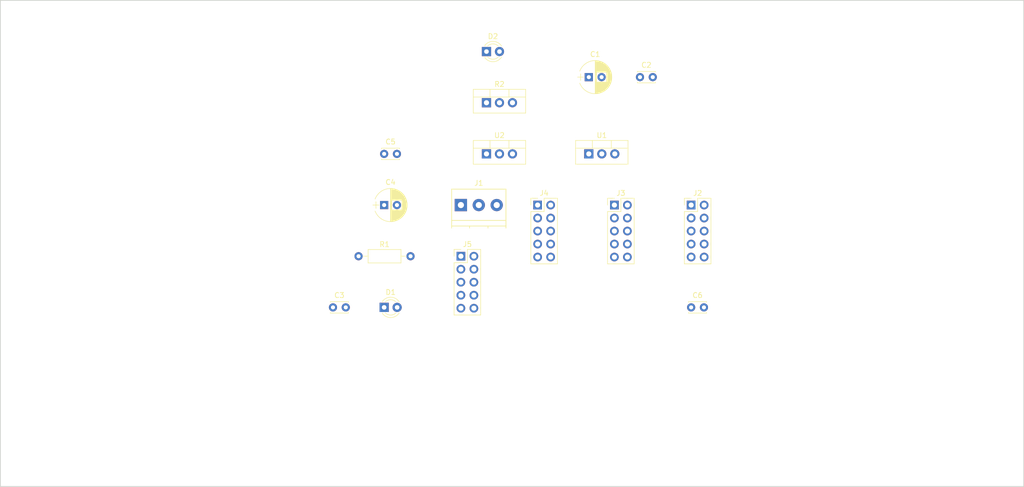
<source format=kicad_pcb>
(kicad_pcb (version 4) (host pcbnew 4.0.7-e2-6376~58~ubuntu16.04.1)

  (general
    (links 62)
    (no_connects 62)
    (area 50 60 255 160)
    (thickness 1.6)
    (drawings 4)
    (tracks 0)
    (zones 0)
    (modules 17)
    (nets 8)
  )

  (page A4)
  (layers
    (0 F.Cu signal)
    (31 B.Cu signal)
    (32 B.Adhes user)
    (33 F.Adhes user)
    (34 B.Paste user)
    (35 F.Paste user)
    (36 B.SilkS user)
    (37 F.SilkS user)
    (38 B.Mask user)
    (39 F.Mask user)
    (40 Dwgs.User user)
    (41 Cmts.User user)
    (42 Eco1.User user)
    (43 Eco2.User user)
    (44 Edge.Cuts user)
    (45 Margin user)
    (46 B.CrtYd user)
    (47 F.CrtYd user)
    (48 B.Fab user)
    (49 F.Fab user)
  )

  (setup
    (last_trace_width 0.25)
    (trace_clearance 0.2)
    (zone_clearance 0.508)
    (zone_45_only no)
    (trace_min 0.2)
    (segment_width 0.2)
    (edge_width 0.15)
    (via_size 0.6)
    (via_drill 0.4)
    (via_min_size 0.4)
    (via_min_drill 0.3)
    (uvia_size 0.3)
    (uvia_drill 0.1)
    (uvias_allowed no)
    (uvia_min_size 0.2)
    (uvia_min_drill 0.1)
    (pcb_text_width 0.3)
    (pcb_text_size 1.5 1.5)
    (mod_edge_width 0.15)
    (mod_text_size 1 1)
    (mod_text_width 0.15)
    (pad_size 1.524 1.524)
    (pad_drill 0.762)
    (pad_to_mask_clearance 0.2)
    (aux_axis_origin 0 0)
    (visible_elements FFFFFF7F)
    (pcbplotparams
      (layerselection 0x00030_80000001)
      (usegerberextensions false)
      (excludeedgelayer true)
      (linewidth 0.100000)
      (plotframeref false)
      (viasonmask false)
      (mode 1)
      (useauxorigin false)
      (hpglpennumber 1)
      (hpglpenspeed 20)
      (hpglpendiameter 15)
      (hpglpenoverlay 2)
      (psnegative false)
      (psa4output false)
      (plotreference true)
      (plotvalue true)
      (plotinvisibletext false)
      (padsonsilk false)
      (subtractmaskfromsilk false)
      (outputformat 1)
      (mirror false)
      (drillshape 1)
      (scaleselection 1)
      (outputdirectory ""))
  )

  (net 0 "")
  (net 1 "Net-(C1-Pad1)")
  (net 2 "Net-(C1-Pad2)")
  (net 3 "Net-(C3-Pad1)")
  (net 4 "Net-(C4-Pad2)")
  (net 5 "Net-(C6-Pad2)")
  (net 6 "Net-(D1-Pad2)")
  (net 7 "Net-(D2-Pad1)")

  (net_class Default "This is the default net class."
    (clearance 0.2)
    (trace_width 0.25)
    (via_dia 0.6)
    (via_drill 0.4)
    (uvia_dia 0.3)
    (uvia_drill 0.1)
    (add_net "Net-(C1-Pad1)")
    (add_net "Net-(C1-Pad2)")
    (add_net "Net-(C3-Pad1)")
    (add_net "Net-(C4-Pad2)")
    (add_net "Net-(C6-Pad2)")
    (add_net "Net-(D1-Pad2)")
    (add_net "Net-(D2-Pad1)")
  )

  (module Capacitors_THT:CP_Radial_D6.3mm_P2.50mm placed (layer F.Cu) (tedit 597BC7C2) (tstamp 5B5649E7)
    (at 170 80)
    (descr "CP, Radial series, Radial, pin pitch=2.50mm, , diameter=6.3mm, Electrolytic Capacitor")
    (tags "CP Radial series Radial pin pitch 2.50mm  diameter 6.3mm Electrolytic Capacitor")
    (path /5B55F888)
    (fp_text reference C1 (at 1.25 -4.46) (layer F.SilkS)
      (effects (font (size 1 1) (thickness 0.15)))
    )
    (fp_text value 10u (at 1.25 4.46) (layer F.Fab)
      (effects (font (size 1 1) (thickness 0.15)))
    )
    (fp_arc (start 1.25 0) (end -1.767482 -1.18) (angle 137.3) (layer F.SilkS) (width 0.12))
    (fp_arc (start 1.25 0) (end -1.767482 1.18) (angle -137.3) (layer F.SilkS) (width 0.12))
    (fp_arc (start 1.25 0) (end 4.267482 -1.18) (angle 42.7) (layer F.SilkS) (width 0.12))
    (fp_circle (center 1.25 0) (end 4.4 0) (layer F.Fab) (width 0.1))
    (fp_line (start -2.2 0) (end -1 0) (layer F.Fab) (width 0.1))
    (fp_line (start -1.6 -0.65) (end -1.6 0.65) (layer F.Fab) (width 0.1))
    (fp_line (start 1.25 -3.2) (end 1.25 3.2) (layer F.SilkS) (width 0.12))
    (fp_line (start 1.29 -3.2) (end 1.29 3.2) (layer F.SilkS) (width 0.12))
    (fp_line (start 1.33 -3.2) (end 1.33 3.2) (layer F.SilkS) (width 0.12))
    (fp_line (start 1.37 -3.198) (end 1.37 3.198) (layer F.SilkS) (width 0.12))
    (fp_line (start 1.41 -3.197) (end 1.41 3.197) (layer F.SilkS) (width 0.12))
    (fp_line (start 1.45 -3.194) (end 1.45 3.194) (layer F.SilkS) (width 0.12))
    (fp_line (start 1.49 -3.192) (end 1.49 3.192) (layer F.SilkS) (width 0.12))
    (fp_line (start 1.53 -3.188) (end 1.53 -0.98) (layer F.SilkS) (width 0.12))
    (fp_line (start 1.53 0.98) (end 1.53 3.188) (layer F.SilkS) (width 0.12))
    (fp_line (start 1.57 -3.185) (end 1.57 -0.98) (layer F.SilkS) (width 0.12))
    (fp_line (start 1.57 0.98) (end 1.57 3.185) (layer F.SilkS) (width 0.12))
    (fp_line (start 1.61 -3.18) (end 1.61 -0.98) (layer F.SilkS) (width 0.12))
    (fp_line (start 1.61 0.98) (end 1.61 3.18) (layer F.SilkS) (width 0.12))
    (fp_line (start 1.65 -3.176) (end 1.65 -0.98) (layer F.SilkS) (width 0.12))
    (fp_line (start 1.65 0.98) (end 1.65 3.176) (layer F.SilkS) (width 0.12))
    (fp_line (start 1.69 -3.17) (end 1.69 -0.98) (layer F.SilkS) (width 0.12))
    (fp_line (start 1.69 0.98) (end 1.69 3.17) (layer F.SilkS) (width 0.12))
    (fp_line (start 1.73 -3.165) (end 1.73 -0.98) (layer F.SilkS) (width 0.12))
    (fp_line (start 1.73 0.98) (end 1.73 3.165) (layer F.SilkS) (width 0.12))
    (fp_line (start 1.77 -3.158) (end 1.77 -0.98) (layer F.SilkS) (width 0.12))
    (fp_line (start 1.77 0.98) (end 1.77 3.158) (layer F.SilkS) (width 0.12))
    (fp_line (start 1.81 -3.152) (end 1.81 -0.98) (layer F.SilkS) (width 0.12))
    (fp_line (start 1.81 0.98) (end 1.81 3.152) (layer F.SilkS) (width 0.12))
    (fp_line (start 1.85 -3.144) (end 1.85 -0.98) (layer F.SilkS) (width 0.12))
    (fp_line (start 1.85 0.98) (end 1.85 3.144) (layer F.SilkS) (width 0.12))
    (fp_line (start 1.89 -3.137) (end 1.89 -0.98) (layer F.SilkS) (width 0.12))
    (fp_line (start 1.89 0.98) (end 1.89 3.137) (layer F.SilkS) (width 0.12))
    (fp_line (start 1.93 -3.128) (end 1.93 -0.98) (layer F.SilkS) (width 0.12))
    (fp_line (start 1.93 0.98) (end 1.93 3.128) (layer F.SilkS) (width 0.12))
    (fp_line (start 1.971 -3.119) (end 1.971 -0.98) (layer F.SilkS) (width 0.12))
    (fp_line (start 1.971 0.98) (end 1.971 3.119) (layer F.SilkS) (width 0.12))
    (fp_line (start 2.011 -3.11) (end 2.011 -0.98) (layer F.SilkS) (width 0.12))
    (fp_line (start 2.011 0.98) (end 2.011 3.11) (layer F.SilkS) (width 0.12))
    (fp_line (start 2.051 -3.1) (end 2.051 -0.98) (layer F.SilkS) (width 0.12))
    (fp_line (start 2.051 0.98) (end 2.051 3.1) (layer F.SilkS) (width 0.12))
    (fp_line (start 2.091 -3.09) (end 2.091 -0.98) (layer F.SilkS) (width 0.12))
    (fp_line (start 2.091 0.98) (end 2.091 3.09) (layer F.SilkS) (width 0.12))
    (fp_line (start 2.131 -3.079) (end 2.131 -0.98) (layer F.SilkS) (width 0.12))
    (fp_line (start 2.131 0.98) (end 2.131 3.079) (layer F.SilkS) (width 0.12))
    (fp_line (start 2.171 -3.067) (end 2.171 -0.98) (layer F.SilkS) (width 0.12))
    (fp_line (start 2.171 0.98) (end 2.171 3.067) (layer F.SilkS) (width 0.12))
    (fp_line (start 2.211 -3.055) (end 2.211 -0.98) (layer F.SilkS) (width 0.12))
    (fp_line (start 2.211 0.98) (end 2.211 3.055) (layer F.SilkS) (width 0.12))
    (fp_line (start 2.251 -3.042) (end 2.251 -0.98) (layer F.SilkS) (width 0.12))
    (fp_line (start 2.251 0.98) (end 2.251 3.042) (layer F.SilkS) (width 0.12))
    (fp_line (start 2.291 -3.029) (end 2.291 -0.98) (layer F.SilkS) (width 0.12))
    (fp_line (start 2.291 0.98) (end 2.291 3.029) (layer F.SilkS) (width 0.12))
    (fp_line (start 2.331 -3.015) (end 2.331 -0.98) (layer F.SilkS) (width 0.12))
    (fp_line (start 2.331 0.98) (end 2.331 3.015) (layer F.SilkS) (width 0.12))
    (fp_line (start 2.371 -3.001) (end 2.371 -0.98) (layer F.SilkS) (width 0.12))
    (fp_line (start 2.371 0.98) (end 2.371 3.001) (layer F.SilkS) (width 0.12))
    (fp_line (start 2.411 -2.986) (end 2.411 -0.98) (layer F.SilkS) (width 0.12))
    (fp_line (start 2.411 0.98) (end 2.411 2.986) (layer F.SilkS) (width 0.12))
    (fp_line (start 2.451 -2.97) (end 2.451 -0.98) (layer F.SilkS) (width 0.12))
    (fp_line (start 2.451 0.98) (end 2.451 2.97) (layer F.SilkS) (width 0.12))
    (fp_line (start 2.491 -2.954) (end 2.491 -0.98) (layer F.SilkS) (width 0.12))
    (fp_line (start 2.491 0.98) (end 2.491 2.954) (layer F.SilkS) (width 0.12))
    (fp_line (start 2.531 -2.937) (end 2.531 -0.98) (layer F.SilkS) (width 0.12))
    (fp_line (start 2.531 0.98) (end 2.531 2.937) (layer F.SilkS) (width 0.12))
    (fp_line (start 2.571 -2.919) (end 2.571 -0.98) (layer F.SilkS) (width 0.12))
    (fp_line (start 2.571 0.98) (end 2.571 2.919) (layer F.SilkS) (width 0.12))
    (fp_line (start 2.611 -2.901) (end 2.611 -0.98) (layer F.SilkS) (width 0.12))
    (fp_line (start 2.611 0.98) (end 2.611 2.901) (layer F.SilkS) (width 0.12))
    (fp_line (start 2.651 -2.882) (end 2.651 -0.98) (layer F.SilkS) (width 0.12))
    (fp_line (start 2.651 0.98) (end 2.651 2.882) (layer F.SilkS) (width 0.12))
    (fp_line (start 2.691 -2.863) (end 2.691 -0.98) (layer F.SilkS) (width 0.12))
    (fp_line (start 2.691 0.98) (end 2.691 2.863) (layer F.SilkS) (width 0.12))
    (fp_line (start 2.731 -2.843) (end 2.731 -0.98) (layer F.SilkS) (width 0.12))
    (fp_line (start 2.731 0.98) (end 2.731 2.843) (layer F.SilkS) (width 0.12))
    (fp_line (start 2.771 -2.822) (end 2.771 -0.98) (layer F.SilkS) (width 0.12))
    (fp_line (start 2.771 0.98) (end 2.771 2.822) (layer F.SilkS) (width 0.12))
    (fp_line (start 2.811 -2.8) (end 2.811 -0.98) (layer F.SilkS) (width 0.12))
    (fp_line (start 2.811 0.98) (end 2.811 2.8) (layer F.SilkS) (width 0.12))
    (fp_line (start 2.851 -2.778) (end 2.851 -0.98) (layer F.SilkS) (width 0.12))
    (fp_line (start 2.851 0.98) (end 2.851 2.778) (layer F.SilkS) (width 0.12))
    (fp_line (start 2.891 -2.755) (end 2.891 -0.98) (layer F.SilkS) (width 0.12))
    (fp_line (start 2.891 0.98) (end 2.891 2.755) (layer F.SilkS) (width 0.12))
    (fp_line (start 2.931 -2.731) (end 2.931 -0.98) (layer F.SilkS) (width 0.12))
    (fp_line (start 2.931 0.98) (end 2.931 2.731) (layer F.SilkS) (width 0.12))
    (fp_line (start 2.971 -2.706) (end 2.971 -0.98) (layer F.SilkS) (width 0.12))
    (fp_line (start 2.971 0.98) (end 2.971 2.706) (layer F.SilkS) (width 0.12))
    (fp_line (start 3.011 -2.681) (end 3.011 -0.98) (layer F.SilkS) (width 0.12))
    (fp_line (start 3.011 0.98) (end 3.011 2.681) (layer F.SilkS) (width 0.12))
    (fp_line (start 3.051 -2.654) (end 3.051 -0.98) (layer F.SilkS) (width 0.12))
    (fp_line (start 3.051 0.98) (end 3.051 2.654) (layer F.SilkS) (width 0.12))
    (fp_line (start 3.091 -2.627) (end 3.091 -0.98) (layer F.SilkS) (width 0.12))
    (fp_line (start 3.091 0.98) (end 3.091 2.627) (layer F.SilkS) (width 0.12))
    (fp_line (start 3.131 -2.599) (end 3.131 -0.98) (layer F.SilkS) (width 0.12))
    (fp_line (start 3.131 0.98) (end 3.131 2.599) (layer F.SilkS) (width 0.12))
    (fp_line (start 3.171 -2.57) (end 3.171 -0.98) (layer F.SilkS) (width 0.12))
    (fp_line (start 3.171 0.98) (end 3.171 2.57) (layer F.SilkS) (width 0.12))
    (fp_line (start 3.211 -2.54) (end 3.211 -0.98) (layer F.SilkS) (width 0.12))
    (fp_line (start 3.211 0.98) (end 3.211 2.54) (layer F.SilkS) (width 0.12))
    (fp_line (start 3.251 -2.51) (end 3.251 -0.98) (layer F.SilkS) (width 0.12))
    (fp_line (start 3.251 0.98) (end 3.251 2.51) (layer F.SilkS) (width 0.12))
    (fp_line (start 3.291 -2.478) (end 3.291 -0.98) (layer F.SilkS) (width 0.12))
    (fp_line (start 3.291 0.98) (end 3.291 2.478) (layer F.SilkS) (width 0.12))
    (fp_line (start 3.331 -2.445) (end 3.331 -0.98) (layer F.SilkS) (width 0.12))
    (fp_line (start 3.331 0.98) (end 3.331 2.445) (layer F.SilkS) (width 0.12))
    (fp_line (start 3.371 -2.411) (end 3.371 -0.98) (layer F.SilkS) (width 0.12))
    (fp_line (start 3.371 0.98) (end 3.371 2.411) (layer F.SilkS) (width 0.12))
    (fp_line (start 3.411 -2.375) (end 3.411 -0.98) (layer F.SilkS) (width 0.12))
    (fp_line (start 3.411 0.98) (end 3.411 2.375) (layer F.SilkS) (width 0.12))
    (fp_line (start 3.451 -2.339) (end 3.451 -0.98) (layer F.SilkS) (width 0.12))
    (fp_line (start 3.451 0.98) (end 3.451 2.339) (layer F.SilkS) (width 0.12))
    (fp_line (start 3.491 -2.301) (end 3.491 2.301) (layer F.SilkS) (width 0.12))
    (fp_line (start 3.531 -2.262) (end 3.531 2.262) (layer F.SilkS) (width 0.12))
    (fp_line (start 3.571 -2.222) (end 3.571 2.222) (layer F.SilkS) (width 0.12))
    (fp_line (start 3.611 -2.18) (end 3.611 2.18) (layer F.SilkS) (width 0.12))
    (fp_line (start 3.651 -2.137) (end 3.651 2.137) (layer F.SilkS) (width 0.12))
    (fp_line (start 3.691 -2.092) (end 3.691 2.092) (layer F.SilkS) (width 0.12))
    (fp_line (start 3.731 -2.045) (end 3.731 2.045) (layer F.SilkS) (width 0.12))
    (fp_line (start 3.771 -1.997) (end 3.771 1.997) (layer F.SilkS) (width 0.12))
    (fp_line (start 3.811 -1.946) (end 3.811 1.946) (layer F.SilkS) (width 0.12))
    (fp_line (start 3.851 -1.894) (end 3.851 1.894) (layer F.SilkS) (width 0.12))
    (fp_line (start 3.891 -1.839) (end 3.891 1.839) (layer F.SilkS) (width 0.12))
    (fp_line (start 3.931 -1.781) (end 3.931 1.781) (layer F.SilkS) (width 0.12))
    (fp_line (start 3.971 -1.721) (end 3.971 1.721) (layer F.SilkS) (width 0.12))
    (fp_line (start 4.011 -1.658) (end 4.011 1.658) (layer F.SilkS) (width 0.12))
    (fp_line (start 4.051 -1.591) (end 4.051 1.591) (layer F.SilkS) (width 0.12))
    (fp_line (start 4.091 -1.52) (end 4.091 1.52) (layer F.SilkS) (width 0.12))
    (fp_line (start 4.131 -1.445) (end 4.131 1.445) (layer F.SilkS) (width 0.12))
    (fp_line (start 4.171 -1.364) (end 4.171 1.364) (layer F.SilkS) (width 0.12))
    (fp_line (start 4.211 -1.278) (end 4.211 1.278) (layer F.SilkS) (width 0.12))
    (fp_line (start 4.251 -1.184) (end 4.251 1.184) (layer F.SilkS) (width 0.12))
    (fp_line (start 4.291 -1.081) (end 4.291 1.081) (layer F.SilkS) (width 0.12))
    (fp_line (start 4.331 -0.966) (end 4.331 0.966) (layer F.SilkS) (width 0.12))
    (fp_line (start 4.371 -0.834) (end 4.371 0.834) (layer F.SilkS) (width 0.12))
    (fp_line (start 4.411 -0.676) (end 4.411 0.676) (layer F.SilkS) (width 0.12))
    (fp_line (start 4.451 -0.468) (end 4.451 0.468) (layer F.SilkS) (width 0.12))
    (fp_line (start -2.2 0) (end -1 0) (layer F.SilkS) (width 0.12))
    (fp_line (start -1.6 -0.65) (end -1.6 0.65) (layer F.SilkS) (width 0.12))
    (fp_line (start -2.25 -3.5) (end -2.25 3.5) (layer F.CrtYd) (width 0.05))
    (fp_line (start -2.25 3.5) (end 4.75 3.5) (layer F.CrtYd) (width 0.05))
    (fp_line (start 4.75 3.5) (end 4.75 -3.5) (layer F.CrtYd) (width 0.05))
    (fp_line (start 4.75 -3.5) (end -2.25 -3.5) (layer F.CrtYd) (width 0.05))
    (fp_text user %R (at 1.25 0) (layer F.Fab)
      (effects (font (size 1 1) (thickness 0.15)))
    )
    (pad 1 thru_hole rect (at 0 0) (size 1.6 1.6) (drill 0.8) (layers *.Cu *.Mask)
      (net 1 "Net-(C1-Pad1)"))
    (pad 2 thru_hole circle (at 2.5 0) (size 1.6 1.6) (drill 0.8) (layers *.Cu *.Mask)
      (net 2 "Net-(C1-Pad2)"))
    (model ${KISYS3DMOD}/Capacitors_THT.3dshapes/CP_Radial_D6.3mm_P2.50mm.wrl
      (at (xyz 0 0 0))
      (scale (xyz 1 1 1))
      (rotate (xyz 0 0 0))
    )
  )

  (module Capacitors_THT:C_Disc_D3.4mm_W2.1mm_P2.50mm placed (layer F.Cu) (tedit 597BC7C2) (tstamp 5B5649ED)
    (at 180 80)
    (descr "C, Disc series, Radial, pin pitch=2.50mm, , diameter*width=3.4*2.1mm^2, Capacitor, http://www.vishay.com/docs/45233/krseries.pdf")
    (tags "C Disc series Radial pin pitch 2.50mm  diameter 3.4mm width 2.1mm Capacitor")
    (path /5B55F570)
    (fp_text reference C2 (at 1.25 -2.36) (layer F.SilkS)
      (effects (font (size 1 1) (thickness 0.15)))
    )
    (fp_text value 100n (at 1.25 2.36) (layer F.Fab)
      (effects (font (size 1 1) (thickness 0.15)))
    )
    (fp_line (start -0.45 -1.05) (end -0.45 1.05) (layer F.Fab) (width 0.1))
    (fp_line (start -0.45 1.05) (end 2.95 1.05) (layer F.Fab) (width 0.1))
    (fp_line (start 2.95 1.05) (end 2.95 -1.05) (layer F.Fab) (width 0.1))
    (fp_line (start 2.95 -1.05) (end -0.45 -1.05) (layer F.Fab) (width 0.1))
    (fp_line (start -0.51 -1.11) (end 3.01 -1.11) (layer F.SilkS) (width 0.12))
    (fp_line (start -0.51 1.11) (end 3.01 1.11) (layer F.SilkS) (width 0.12))
    (fp_line (start -0.51 -1.11) (end -0.51 -0.996) (layer F.SilkS) (width 0.12))
    (fp_line (start -0.51 0.996) (end -0.51 1.11) (layer F.SilkS) (width 0.12))
    (fp_line (start 3.01 -1.11) (end 3.01 -0.996) (layer F.SilkS) (width 0.12))
    (fp_line (start 3.01 0.996) (end 3.01 1.11) (layer F.SilkS) (width 0.12))
    (fp_line (start -1.05 -1.4) (end -1.05 1.4) (layer F.CrtYd) (width 0.05))
    (fp_line (start -1.05 1.4) (end 3.55 1.4) (layer F.CrtYd) (width 0.05))
    (fp_line (start 3.55 1.4) (end 3.55 -1.4) (layer F.CrtYd) (width 0.05))
    (fp_line (start 3.55 -1.4) (end -1.05 -1.4) (layer F.CrtYd) (width 0.05))
    (fp_text user %R (at 1.25 0) (layer F.Fab)
      (effects (font (size 1 1) (thickness 0.15)))
    )
    (pad 1 thru_hole circle (at 0 0) (size 1.6 1.6) (drill 0.8) (layers *.Cu *.Mask)
      (net 1 "Net-(C1-Pad1)"))
    (pad 2 thru_hole circle (at 2.5 0) (size 1.6 1.6) (drill 0.8) (layers *.Cu *.Mask)
      (net 2 "Net-(C1-Pad2)"))
    (model ${KISYS3DMOD}/Capacitors_THT.3dshapes/C_Disc_D3.4mm_W2.1mm_P2.50mm.wrl
      (at (xyz 0 0 0))
      (scale (xyz 1 1 1))
      (rotate (xyz 0 0 0))
    )
  )

  (module Capacitors_THT:C_Disc_D3.4mm_W2.1mm_P2.50mm placed (layer F.Cu) (tedit 597BC7C2) (tstamp 5B5649F3)
    (at 120 125)
    (descr "C, Disc series, Radial, pin pitch=2.50mm, , diameter*width=3.4*2.1mm^2, Capacitor, http://www.vishay.com/docs/45233/krseries.pdf")
    (tags "C Disc series Radial pin pitch 2.50mm  diameter 3.4mm width 2.1mm Capacitor")
    (path /5B55F699)
    (fp_text reference C3 (at 1.25 -2.36) (layer F.SilkS)
      (effects (font (size 1 1) (thickness 0.15)))
    )
    (fp_text value 100n (at 1.25 2.36) (layer F.Fab)
      (effects (font (size 1 1) (thickness 0.15)))
    )
    (fp_line (start -0.45 -1.05) (end -0.45 1.05) (layer F.Fab) (width 0.1))
    (fp_line (start -0.45 1.05) (end 2.95 1.05) (layer F.Fab) (width 0.1))
    (fp_line (start 2.95 1.05) (end 2.95 -1.05) (layer F.Fab) (width 0.1))
    (fp_line (start 2.95 -1.05) (end -0.45 -1.05) (layer F.Fab) (width 0.1))
    (fp_line (start -0.51 -1.11) (end 3.01 -1.11) (layer F.SilkS) (width 0.12))
    (fp_line (start -0.51 1.11) (end 3.01 1.11) (layer F.SilkS) (width 0.12))
    (fp_line (start -0.51 -1.11) (end -0.51 -0.996) (layer F.SilkS) (width 0.12))
    (fp_line (start -0.51 0.996) (end -0.51 1.11) (layer F.SilkS) (width 0.12))
    (fp_line (start 3.01 -1.11) (end 3.01 -0.996) (layer F.SilkS) (width 0.12))
    (fp_line (start 3.01 0.996) (end 3.01 1.11) (layer F.SilkS) (width 0.12))
    (fp_line (start -1.05 -1.4) (end -1.05 1.4) (layer F.CrtYd) (width 0.05))
    (fp_line (start -1.05 1.4) (end 3.55 1.4) (layer F.CrtYd) (width 0.05))
    (fp_line (start 3.55 1.4) (end 3.55 -1.4) (layer F.CrtYd) (width 0.05))
    (fp_line (start 3.55 -1.4) (end -1.05 -1.4) (layer F.CrtYd) (width 0.05))
    (fp_text user %R (at 1.25 0) (layer F.Fab)
      (effects (font (size 1 1) (thickness 0.15)))
    )
    (pad 1 thru_hole circle (at 0 0) (size 1.6 1.6) (drill 0.8) (layers *.Cu *.Mask)
      (net 3 "Net-(C3-Pad1)"))
    (pad 2 thru_hole circle (at 2.5 0) (size 1.6 1.6) (drill 0.8) (layers *.Cu *.Mask)
      (net 2 "Net-(C1-Pad2)"))
    (model ${KISYS3DMOD}/Capacitors_THT.3dshapes/C_Disc_D3.4mm_W2.1mm_P2.50mm.wrl
      (at (xyz 0 0 0))
      (scale (xyz 1 1 1))
      (rotate (xyz 0 0 0))
    )
  )

  (module Capacitors_THT:CP_Radial_D6.3mm_P2.50mm placed (layer F.Cu) (tedit 597BC7C2) (tstamp 5B5649F9)
    (at 130 105)
    (descr "CP, Radial series, Radial, pin pitch=2.50mm, , diameter=6.3mm, Electrolytic Capacitor")
    (tags "CP Radial series Radial pin pitch 2.50mm  diameter 6.3mm Electrolytic Capacitor")
    (path /5B55F962)
    (fp_text reference C4 (at 1.25 -4.46) (layer F.SilkS)
      (effects (font (size 1 1) (thickness 0.15)))
    )
    (fp_text value 10u (at 1.25 4.46) (layer F.Fab)
      (effects (font (size 1 1) (thickness 0.15)))
    )
    (fp_arc (start 1.25 0) (end -1.767482 -1.18) (angle 137.3) (layer F.SilkS) (width 0.12))
    (fp_arc (start 1.25 0) (end -1.767482 1.18) (angle -137.3) (layer F.SilkS) (width 0.12))
    (fp_arc (start 1.25 0) (end 4.267482 -1.18) (angle 42.7) (layer F.SilkS) (width 0.12))
    (fp_circle (center 1.25 0) (end 4.4 0) (layer F.Fab) (width 0.1))
    (fp_line (start -2.2 0) (end -1 0) (layer F.Fab) (width 0.1))
    (fp_line (start -1.6 -0.65) (end -1.6 0.65) (layer F.Fab) (width 0.1))
    (fp_line (start 1.25 -3.2) (end 1.25 3.2) (layer F.SilkS) (width 0.12))
    (fp_line (start 1.29 -3.2) (end 1.29 3.2) (layer F.SilkS) (width 0.12))
    (fp_line (start 1.33 -3.2) (end 1.33 3.2) (layer F.SilkS) (width 0.12))
    (fp_line (start 1.37 -3.198) (end 1.37 3.198) (layer F.SilkS) (width 0.12))
    (fp_line (start 1.41 -3.197) (end 1.41 3.197) (layer F.SilkS) (width 0.12))
    (fp_line (start 1.45 -3.194) (end 1.45 3.194) (layer F.SilkS) (width 0.12))
    (fp_line (start 1.49 -3.192) (end 1.49 3.192) (layer F.SilkS) (width 0.12))
    (fp_line (start 1.53 -3.188) (end 1.53 -0.98) (layer F.SilkS) (width 0.12))
    (fp_line (start 1.53 0.98) (end 1.53 3.188) (layer F.SilkS) (width 0.12))
    (fp_line (start 1.57 -3.185) (end 1.57 -0.98) (layer F.SilkS) (width 0.12))
    (fp_line (start 1.57 0.98) (end 1.57 3.185) (layer F.SilkS) (width 0.12))
    (fp_line (start 1.61 -3.18) (end 1.61 -0.98) (layer F.SilkS) (width 0.12))
    (fp_line (start 1.61 0.98) (end 1.61 3.18) (layer F.SilkS) (width 0.12))
    (fp_line (start 1.65 -3.176) (end 1.65 -0.98) (layer F.SilkS) (width 0.12))
    (fp_line (start 1.65 0.98) (end 1.65 3.176) (layer F.SilkS) (width 0.12))
    (fp_line (start 1.69 -3.17) (end 1.69 -0.98) (layer F.SilkS) (width 0.12))
    (fp_line (start 1.69 0.98) (end 1.69 3.17) (layer F.SilkS) (width 0.12))
    (fp_line (start 1.73 -3.165) (end 1.73 -0.98) (layer F.SilkS) (width 0.12))
    (fp_line (start 1.73 0.98) (end 1.73 3.165) (layer F.SilkS) (width 0.12))
    (fp_line (start 1.77 -3.158) (end 1.77 -0.98) (layer F.SilkS) (width 0.12))
    (fp_line (start 1.77 0.98) (end 1.77 3.158) (layer F.SilkS) (width 0.12))
    (fp_line (start 1.81 -3.152) (end 1.81 -0.98) (layer F.SilkS) (width 0.12))
    (fp_line (start 1.81 0.98) (end 1.81 3.152) (layer F.SilkS) (width 0.12))
    (fp_line (start 1.85 -3.144) (end 1.85 -0.98) (layer F.SilkS) (width 0.12))
    (fp_line (start 1.85 0.98) (end 1.85 3.144) (layer F.SilkS) (width 0.12))
    (fp_line (start 1.89 -3.137) (end 1.89 -0.98) (layer F.SilkS) (width 0.12))
    (fp_line (start 1.89 0.98) (end 1.89 3.137) (layer F.SilkS) (width 0.12))
    (fp_line (start 1.93 -3.128) (end 1.93 -0.98) (layer F.SilkS) (width 0.12))
    (fp_line (start 1.93 0.98) (end 1.93 3.128) (layer F.SilkS) (width 0.12))
    (fp_line (start 1.971 -3.119) (end 1.971 -0.98) (layer F.SilkS) (width 0.12))
    (fp_line (start 1.971 0.98) (end 1.971 3.119) (layer F.SilkS) (width 0.12))
    (fp_line (start 2.011 -3.11) (end 2.011 -0.98) (layer F.SilkS) (width 0.12))
    (fp_line (start 2.011 0.98) (end 2.011 3.11) (layer F.SilkS) (width 0.12))
    (fp_line (start 2.051 -3.1) (end 2.051 -0.98) (layer F.SilkS) (width 0.12))
    (fp_line (start 2.051 0.98) (end 2.051 3.1) (layer F.SilkS) (width 0.12))
    (fp_line (start 2.091 -3.09) (end 2.091 -0.98) (layer F.SilkS) (width 0.12))
    (fp_line (start 2.091 0.98) (end 2.091 3.09) (layer F.SilkS) (width 0.12))
    (fp_line (start 2.131 -3.079) (end 2.131 -0.98) (layer F.SilkS) (width 0.12))
    (fp_line (start 2.131 0.98) (end 2.131 3.079) (layer F.SilkS) (width 0.12))
    (fp_line (start 2.171 -3.067) (end 2.171 -0.98) (layer F.SilkS) (width 0.12))
    (fp_line (start 2.171 0.98) (end 2.171 3.067) (layer F.SilkS) (width 0.12))
    (fp_line (start 2.211 -3.055) (end 2.211 -0.98) (layer F.SilkS) (width 0.12))
    (fp_line (start 2.211 0.98) (end 2.211 3.055) (layer F.SilkS) (width 0.12))
    (fp_line (start 2.251 -3.042) (end 2.251 -0.98) (layer F.SilkS) (width 0.12))
    (fp_line (start 2.251 0.98) (end 2.251 3.042) (layer F.SilkS) (width 0.12))
    (fp_line (start 2.291 -3.029) (end 2.291 -0.98) (layer F.SilkS) (width 0.12))
    (fp_line (start 2.291 0.98) (end 2.291 3.029) (layer F.SilkS) (width 0.12))
    (fp_line (start 2.331 -3.015) (end 2.331 -0.98) (layer F.SilkS) (width 0.12))
    (fp_line (start 2.331 0.98) (end 2.331 3.015) (layer F.SilkS) (width 0.12))
    (fp_line (start 2.371 -3.001) (end 2.371 -0.98) (layer F.SilkS) (width 0.12))
    (fp_line (start 2.371 0.98) (end 2.371 3.001) (layer F.SilkS) (width 0.12))
    (fp_line (start 2.411 -2.986) (end 2.411 -0.98) (layer F.SilkS) (width 0.12))
    (fp_line (start 2.411 0.98) (end 2.411 2.986) (layer F.SilkS) (width 0.12))
    (fp_line (start 2.451 -2.97) (end 2.451 -0.98) (layer F.SilkS) (width 0.12))
    (fp_line (start 2.451 0.98) (end 2.451 2.97) (layer F.SilkS) (width 0.12))
    (fp_line (start 2.491 -2.954) (end 2.491 -0.98) (layer F.SilkS) (width 0.12))
    (fp_line (start 2.491 0.98) (end 2.491 2.954) (layer F.SilkS) (width 0.12))
    (fp_line (start 2.531 -2.937) (end 2.531 -0.98) (layer F.SilkS) (width 0.12))
    (fp_line (start 2.531 0.98) (end 2.531 2.937) (layer F.SilkS) (width 0.12))
    (fp_line (start 2.571 -2.919) (end 2.571 -0.98) (layer F.SilkS) (width 0.12))
    (fp_line (start 2.571 0.98) (end 2.571 2.919) (layer F.SilkS) (width 0.12))
    (fp_line (start 2.611 -2.901) (end 2.611 -0.98) (layer F.SilkS) (width 0.12))
    (fp_line (start 2.611 0.98) (end 2.611 2.901) (layer F.SilkS) (width 0.12))
    (fp_line (start 2.651 -2.882) (end 2.651 -0.98) (layer F.SilkS) (width 0.12))
    (fp_line (start 2.651 0.98) (end 2.651 2.882) (layer F.SilkS) (width 0.12))
    (fp_line (start 2.691 -2.863) (end 2.691 -0.98) (layer F.SilkS) (width 0.12))
    (fp_line (start 2.691 0.98) (end 2.691 2.863) (layer F.SilkS) (width 0.12))
    (fp_line (start 2.731 -2.843) (end 2.731 -0.98) (layer F.SilkS) (width 0.12))
    (fp_line (start 2.731 0.98) (end 2.731 2.843) (layer F.SilkS) (width 0.12))
    (fp_line (start 2.771 -2.822) (end 2.771 -0.98) (layer F.SilkS) (width 0.12))
    (fp_line (start 2.771 0.98) (end 2.771 2.822) (layer F.SilkS) (width 0.12))
    (fp_line (start 2.811 -2.8) (end 2.811 -0.98) (layer F.SilkS) (width 0.12))
    (fp_line (start 2.811 0.98) (end 2.811 2.8) (layer F.SilkS) (width 0.12))
    (fp_line (start 2.851 -2.778) (end 2.851 -0.98) (layer F.SilkS) (width 0.12))
    (fp_line (start 2.851 0.98) (end 2.851 2.778) (layer F.SilkS) (width 0.12))
    (fp_line (start 2.891 -2.755) (end 2.891 -0.98) (layer F.SilkS) (width 0.12))
    (fp_line (start 2.891 0.98) (end 2.891 2.755) (layer F.SilkS) (width 0.12))
    (fp_line (start 2.931 -2.731) (end 2.931 -0.98) (layer F.SilkS) (width 0.12))
    (fp_line (start 2.931 0.98) (end 2.931 2.731) (layer F.SilkS) (width 0.12))
    (fp_line (start 2.971 -2.706) (end 2.971 -0.98) (layer F.SilkS) (width 0.12))
    (fp_line (start 2.971 0.98) (end 2.971 2.706) (layer F.SilkS) (width 0.12))
    (fp_line (start 3.011 -2.681) (end 3.011 -0.98) (layer F.SilkS) (width 0.12))
    (fp_line (start 3.011 0.98) (end 3.011 2.681) (layer F.SilkS) (width 0.12))
    (fp_line (start 3.051 -2.654) (end 3.051 -0.98) (layer F.SilkS) (width 0.12))
    (fp_line (start 3.051 0.98) (end 3.051 2.654) (layer F.SilkS) (width 0.12))
    (fp_line (start 3.091 -2.627) (end 3.091 -0.98) (layer F.SilkS) (width 0.12))
    (fp_line (start 3.091 0.98) (end 3.091 2.627) (layer F.SilkS) (width 0.12))
    (fp_line (start 3.131 -2.599) (end 3.131 -0.98) (layer F.SilkS) (width 0.12))
    (fp_line (start 3.131 0.98) (end 3.131 2.599) (layer F.SilkS) (width 0.12))
    (fp_line (start 3.171 -2.57) (end 3.171 -0.98) (layer F.SilkS) (width 0.12))
    (fp_line (start 3.171 0.98) (end 3.171 2.57) (layer F.SilkS) (width 0.12))
    (fp_line (start 3.211 -2.54) (end 3.211 -0.98) (layer F.SilkS) (width 0.12))
    (fp_line (start 3.211 0.98) (end 3.211 2.54) (layer F.SilkS) (width 0.12))
    (fp_line (start 3.251 -2.51) (end 3.251 -0.98) (layer F.SilkS) (width 0.12))
    (fp_line (start 3.251 0.98) (end 3.251 2.51) (layer F.SilkS) (width 0.12))
    (fp_line (start 3.291 -2.478) (end 3.291 -0.98) (layer F.SilkS) (width 0.12))
    (fp_line (start 3.291 0.98) (end 3.291 2.478) (layer F.SilkS) (width 0.12))
    (fp_line (start 3.331 -2.445) (end 3.331 -0.98) (layer F.SilkS) (width 0.12))
    (fp_line (start 3.331 0.98) (end 3.331 2.445) (layer F.SilkS) (width 0.12))
    (fp_line (start 3.371 -2.411) (end 3.371 -0.98) (layer F.SilkS) (width 0.12))
    (fp_line (start 3.371 0.98) (end 3.371 2.411) (layer F.SilkS) (width 0.12))
    (fp_line (start 3.411 -2.375) (end 3.411 -0.98) (layer F.SilkS) (width 0.12))
    (fp_line (start 3.411 0.98) (end 3.411 2.375) (layer F.SilkS) (width 0.12))
    (fp_line (start 3.451 -2.339) (end 3.451 -0.98) (layer F.SilkS) (width 0.12))
    (fp_line (start 3.451 0.98) (end 3.451 2.339) (layer F.SilkS) (width 0.12))
    (fp_line (start 3.491 -2.301) (end 3.491 2.301) (layer F.SilkS) (width 0.12))
    (fp_line (start 3.531 -2.262) (end 3.531 2.262) (layer F.SilkS) (width 0.12))
    (fp_line (start 3.571 -2.222) (end 3.571 2.222) (layer F.SilkS) (width 0.12))
    (fp_line (start 3.611 -2.18) (end 3.611 2.18) (layer F.SilkS) (width 0.12))
    (fp_line (start 3.651 -2.137) (end 3.651 2.137) (layer F.SilkS) (width 0.12))
    (fp_line (start 3.691 -2.092) (end 3.691 2.092) (layer F.SilkS) (width 0.12))
    (fp_line (start 3.731 -2.045) (end 3.731 2.045) (layer F.SilkS) (width 0.12))
    (fp_line (start 3.771 -1.997) (end 3.771 1.997) (layer F.SilkS) (width 0.12))
    (fp_line (start 3.811 -1.946) (end 3.811 1.946) (layer F.SilkS) (width 0.12))
    (fp_line (start 3.851 -1.894) (end 3.851 1.894) (layer F.SilkS) (width 0.12))
    (fp_line (start 3.891 -1.839) (end 3.891 1.839) (layer F.SilkS) (width 0.12))
    (fp_line (start 3.931 -1.781) (end 3.931 1.781) (layer F.SilkS) (width 0.12))
    (fp_line (start 3.971 -1.721) (end 3.971 1.721) (layer F.SilkS) (width 0.12))
    (fp_line (start 4.011 -1.658) (end 4.011 1.658) (layer F.SilkS) (width 0.12))
    (fp_line (start 4.051 -1.591) (end 4.051 1.591) (layer F.SilkS) (width 0.12))
    (fp_line (start 4.091 -1.52) (end 4.091 1.52) (layer F.SilkS) (width 0.12))
    (fp_line (start 4.131 -1.445) (end 4.131 1.445) (layer F.SilkS) (width 0.12))
    (fp_line (start 4.171 -1.364) (end 4.171 1.364) (layer F.SilkS) (width 0.12))
    (fp_line (start 4.211 -1.278) (end 4.211 1.278) (layer F.SilkS) (width 0.12))
    (fp_line (start 4.251 -1.184) (end 4.251 1.184) (layer F.SilkS) (width 0.12))
    (fp_line (start 4.291 -1.081) (end 4.291 1.081) (layer F.SilkS) (width 0.12))
    (fp_line (start 4.331 -0.966) (end 4.331 0.966) (layer F.SilkS) (width 0.12))
    (fp_line (start 4.371 -0.834) (end 4.371 0.834) (layer F.SilkS) (width 0.12))
    (fp_line (start 4.411 -0.676) (end 4.411 0.676) (layer F.SilkS) (width 0.12))
    (fp_line (start 4.451 -0.468) (end 4.451 0.468) (layer F.SilkS) (width 0.12))
    (fp_line (start -2.2 0) (end -1 0) (layer F.SilkS) (width 0.12))
    (fp_line (start -1.6 -0.65) (end -1.6 0.65) (layer F.SilkS) (width 0.12))
    (fp_line (start -2.25 -3.5) (end -2.25 3.5) (layer F.CrtYd) (width 0.05))
    (fp_line (start -2.25 3.5) (end 4.75 3.5) (layer F.CrtYd) (width 0.05))
    (fp_line (start 4.75 3.5) (end 4.75 -3.5) (layer F.CrtYd) (width 0.05))
    (fp_line (start 4.75 -3.5) (end -2.25 -3.5) (layer F.CrtYd) (width 0.05))
    (fp_text user %R (at 1.25 0) (layer F.Fab)
      (effects (font (size 1 1) (thickness 0.15)))
    )
    (pad 1 thru_hole rect (at 0 0) (size 1.6 1.6) (drill 0.8) (layers *.Cu *.Mask)
      (net 2 "Net-(C1-Pad2)"))
    (pad 2 thru_hole circle (at 2.5 0) (size 1.6 1.6) (drill 0.8) (layers *.Cu *.Mask)
      (net 4 "Net-(C4-Pad2)"))
    (model ${KISYS3DMOD}/Capacitors_THT.3dshapes/CP_Radial_D6.3mm_P2.50mm.wrl
      (at (xyz 0 0 0))
      (scale (xyz 1 1 1))
      (rotate (xyz 0 0 0))
    )
  )

  (module Capacitors_THT:C_Disc_D3.4mm_W2.1mm_P2.50mm placed (layer F.Cu) (tedit 597BC7C2) (tstamp 5B5649FF)
    (at 130 95)
    (descr "C, Disc series, Radial, pin pitch=2.50mm, , diameter*width=3.4*2.1mm^2, Capacitor, http://www.vishay.com/docs/45233/krseries.pdf")
    (tags "C Disc series Radial pin pitch 2.50mm  diameter 3.4mm width 2.1mm Capacitor")
    (path /5B55F5EE)
    (fp_text reference C5 (at 1.25 -2.36) (layer F.SilkS)
      (effects (font (size 1 1) (thickness 0.15)))
    )
    (fp_text value 100n (at 1.25 2.36) (layer F.Fab)
      (effects (font (size 1 1) (thickness 0.15)))
    )
    (fp_line (start -0.45 -1.05) (end -0.45 1.05) (layer F.Fab) (width 0.1))
    (fp_line (start -0.45 1.05) (end 2.95 1.05) (layer F.Fab) (width 0.1))
    (fp_line (start 2.95 1.05) (end 2.95 -1.05) (layer F.Fab) (width 0.1))
    (fp_line (start 2.95 -1.05) (end -0.45 -1.05) (layer F.Fab) (width 0.1))
    (fp_line (start -0.51 -1.11) (end 3.01 -1.11) (layer F.SilkS) (width 0.12))
    (fp_line (start -0.51 1.11) (end 3.01 1.11) (layer F.SilkS) (width 0.12))
    (fp_line (start -0.51 -1.11) (end -0.51 -0.996) (layer F.SilkS) (width 0.12))
    (fp_line (start -0.51 0.996) (end -0.51 1.11) (layer F.SilkS) (width 0.12))
    (fp_line (start 3.01 -1.11) (end 3.01 -0.996) (layer F.SilkS) (width 0.12))
    (fp_line (start 3.01 0.996) (end 3.01 1.11) (layer F.SilkS) (width 0.12))
    (fp_line (start -1.05 -1.4) (end -1.05 1.4) (layer F.CrtYd) (width 0.05))
    (fp_line (start -1.05 1.4) (end 3.55 1.4) (layer F.CrtYd) (width 0.05))
    (fp_line (start 3.55 1.4) (end 3.55 -1.4) (layer F.CrtYd) (width 0.05))
    (fp_line (start 3.55 -1.4) (end -1.05 -1.4) (layer F.CrtYd) (width 0.05))
    (fp_text user %R (at 1.25 0) (layer F.Fab)
      (effects (font (size 1 1) (thickness 0.15)))
    )
    (pad 1 thru_hole circle (at 0 0) (size 1.6 1.6) (drill 0.8) (layers *.Cu *.Mask)
      (net 2 "Net-(C1-Pad2)"))
    (pad 2 thru_hole circle (at 2.5 0) (size 1.6 1.6) (drill 0.8) (layers *.Cu *.Mask)
      (net 4 "Net-(C4-Pad2)"))
    (model ${KISYS3DMOD}/Capacitors_THT.3dshapes/C_Disc_D3.4mm_W2.1mm_P2.50mm.wrl
      (at (xyz 0 0 0))
      (scale (xyz 1 1 1))
      (rotate (xyz 0 0 0))
    )
  )

  (module Capacitors_THT:C_Disc_D3.4mm_W2.1mm_P2.50mm placed (layer F.Cu) (tedit 597BC7C2) (tstamp 5B564A05)
    (at 190 125)
    (descr "C, Disc series, Radial, pin pitch=2.50mm, , diameter*width=3.4*2.1mm^2, Capacitor, http://www.vishay.com/docs/45233/krseries.pdf")
    (tags "C Disc series Radial pin pitch 2.50mm  diameter 3.4mm width 2.1mm Capacitor")
    (path /5B55F639)
    (fp_text reference C6 (at 1.25 -2.36) (layer F.SilkS)
      (effects (font (size 1 1) (thickness 0.15)))
    )
    (fp_text value 100n (at 1.25 2.36) (layer F.Fab)
      (effects (font (size 1 1) (thickness 0.15)))
    )
    (fp_line (start -0.45 -1.05) (end -0.45 1.05) (layer F.Fab) (width 0.1))
    (fp_line (start -0.45 1.05) (end 2.95 1.05) (layer F.Fab) (width 0.1))
    (fp_line (start 2.95 1.05) (end 2.95 -1.05) (layer F.Fab) (width 0.1))
    (fp_line (start 2.95 -1.05) (end -0.45 -1.05) (layer F.Fab) (width 0.1))
    (fp_line (start -0.51 -1.11) (end 3.01 -1.11) (layer F.SilkS) (width 0.12))
    (fp_line (start -0.51 1.11) (end 3.01 1.11) (layer F.SilkS) (width 0.12))
    (fp_line (start -0.51 -1.11) (end -0.51 -0.996) (layer F.SilkS) (width 0.12))
    (fp_line (start -0.51 0.996) (end -0.51 1.11) (layer F.SilkS) (width 0.12))
    (fp_line (start 3.01 -1.11) (end 3.01 -0.996) (layer F.SilkS) (width 0.12))
    (fp_line (start 3.01 0.996) (end 3.01 1.11) (layer F.SilkS) (width 0.12))
    (fp_line (start -1.05 -1.4) (end -1.05 1.4) (layer F.CrtYd) (width 0.05))
    (fp_line (start -1.05 1.4) (end 3.55 1.4) (layer F.CrtYd) (width 0.05))
    (fp_line (start 3.55 1.4) (end 3.55 -1.4) (layer F.CrtYd) (width 0.05))
    (fp_line (start 3.55 -1.4) (end -1.05 -1.4) (layer F.CrtYd) (width 0.05))
    (fp_text user %R (at 1.25 0) (layer F.Fab)
      (effects (font (size 1 1) (thickness 0.15)))
    )
    (pad 1 thru_hole circle (at 0 0) (size 1.6 1.6) (drill 0.8) (layers *.Cu *.Mask)
      (net 2 "Net-(C1-Pad2)"))
    (pad 2 thru_hole circle (at 2.5 0) (size 1.6 1.6) (drill 0.8) (layers *.Cu *.Mask)
      (net 5 "Net-(C6-Pad2)"))
    (model ${KISYS3DMOD}/Capacitors_THT.3dshapes/C_Disc_D3.4mm_W2.1mm_P2.50mm.wrl
      (at (xyz 0 0 0))
      (scale (xyz 1 1 1))
      (rotate (xyz 0 0 0))
    )
  )

  (module LEDs:LED_D3.0mm placed (layer F.Cu) (tedit 587A3A7B) (tstamp 5B564A0B)
    (at 130 125)
    (descr "LED, diameter 3.0mm, 2 pins")
    (tags "LED diameter 3.0mm 2 pins")
    (path /5B562272)
    (fp_text reference D1 (at 1.27 -2.96) (layer F.SilkS)
      (effects (font (size 1 1) (thickness 0.15)))
    )
    (fp_text value LED (at 1.27 2.96) (layer F.Fab)
      (effects (font (size 1 1) (thickness 0.15)))
    )
    (fp_arc (start 1.27 0) (end -0.23 -1.16619) (angle 284.3) (layer F.Fab) (width 0.1))
    (fp_arc (start 1.27 0) (end -0.29 -1.235516) (angle 108.8) (layer F.SilkS) (width 0.12))
    (fp_arc (start 1.27 0) (end -0.29 1.235516) (angle -108.8) (layer F.SilkS) (width 0.12))
    (fp_arc (start 1.27 0) (end 0.229039 -1.08) (angle 87.9) (layer F.SilkS) (width 0.12))
    (fp_arc (start 1.27 0) (end 0.229039 1.08) (angle -87.9) (layer F.SilkS) (width 0.12))
    (fp_circle (center 1.27 0) (end 2.77 0) (layer F.Fab) (width 0.1))
    (fp_line (start -0.23 -1.16619) (end -0.23 1.16619) (layer F.Fab) (width 0.1))
    (fp_line (start -0.29 -1.236) (end -0.29 -1.08) (layer F.SilkS) (width 0.12))
    (fp_line (start -0.29 1.08) (end -0.29 1.236) (layer F.SilkS) (width 0.12))
    (fp_line (start -1.15 -2.25) (end -1.15 2.25) (layer F.CrtYd) (width 0.05))
    (fp_line (start -1.15 2.25) (end 3.7 2.25) (layer F.CrtYd) (width 0.05))
    (fp_line (start 3.7 2.25) (end 3.7 -2.25) (layer F.CrtYd) (width 0.05))
    (fp_line (start 3.7 -2.25) (end -1.15 -2.25) (layer F.CrtYd) (width 0.05))
    (pad 1 thru_hole rect (at 0 0) (size 1.8 1.8) (drill 0.9) (layers *.Cu *.Mask)
      (net 2 "Net-(C1-Pad2)"))
    (pad 2 thru_hole circle (at 2.54 0) (size 1.8 1.8) (drill 0.9) (layers *.Cu *.Mask)
      (net 6 "Net-(D1-Pad2)"))
    (model ${KISYS3DMOD}/LEDs.3dshapes/LED_D3.0mm.wrl
      (at (xyz 0 0 0))
      (scale (xyz 0.393701 0.393701 0.393701))
      (rotate (xyz 0 0 0))
    )
  )

  (module LEDs:LED_D3.0mm placed (layer F.Cu) (tedit 587A3A7B) (tstamp 5B564A11)
    (at 150 75)
    (descr "LED, diameter 3.0mm, 2 pins")
    (tags "LED diameter 3.0mm 2 pins")
    (path /5B5622E9)
    (fp_text reference D2 (at 1.27 -2.96) (layer F.SilkS)
      (effects (font (size 1 1) (thickness 0.15)))
    )
    (fp_text value LED (at 1.27 2.96) (layer F.Fab)
      (effects (font (size 1 1) (thickness 0.15)))
    )
    (fp_arc (start 1.27 0) (end -0.23 -1.16619) (angle 284.3) (layer F.Fab) (width 0.1))
    (fp_arc (start 1.27 0) (end -0.29 -1.235516) (angle 108.8) (layer F.SilkS) (width 0.12))
    (fp_arc (start 1.27 0) (end -0.29 1.235516) (angle -108.8) (layer F.SilkS) (width 0.12))
    (fp_arc (start 1.27 0) (end 0.229039 -1.08) (angle 87.9) (layer F.SilkS) (width 0.12))
    (fp_arc (start 1.27 0) (end 0.229039 1.08) (angle -87.9) (layer F.SilkS) (width 0.12))
    (fp_circle (center 1.27 0) (end 2.77 0) (layer F.Fab) (width 0.1))
    (fp_line (start -0.23 -1.16619) (end -0.23 1.16619) (layer F.Fab) (width 0.1))
    (fp_line (start -0.29 -1.236) (end -0.29 -1.08) (layer F.SilkS) (width 0.12))
    (fp_line (start -0.29 1.08) (end -0.29 1.236) (layer F.SilkS) (width 0.12))
    (fp_line (start -1.15 -2.25) (end -1.15 2.25) (layer F.CrtYd) (width 0.05))
    (fp_line (start -1.15 2.25) (end 3.7 2.25) (layer F.CrtYd) (width 0.05))
    (fp_line (start 3.7 2.25) (end 3.7 -2.25) (layer F.CrtYd) (width 0.05))
    (fp_line (start 3.7 -2.25) (end -1.15 -2.25) (layer F.CrtYd) (width 0.05))
    (pad 1 thru_hole rect (at 0 0) (size 1.8 1.8) (drill 0.9) (layers *.Cu *.Mask)
      (net 7 "Net-(D2-Pad1)"))
    (pad 2 thru_hole circle (at 2.54 0) (size 1.8 1.8) (drill 0.9) (layers *.Cu *.Mask)
      (net 2 "Net-(C1-Pad2)"))
    (model ${KISYS3DMOD}/LEDs.3dshapes/LED_D3.0mm.wrl
      (at (xyz 0 0 0))
      (scale (xyz 0.393701 0.393701 0.393701))
      (rotate (xyz 0 0 0))
    )
  )

  (module TerminalBlocks_Phoenix:TerminalBlock_Phoenix_PT-3.5mm_3pol placed (layer F.Cu) (tedit 59FF0756) (tstamp 5B564A18)
    (at 145 105)
    (descr "3-way 3.5mm pitch terminal block, Phoenix PT series")
    (path /5B55EF16)
    (fp_text reference J1 (at 3.5 -4.3) (layer F.SilkS)
      (effects (font (size 1 1) (thickness 0.15)))
    )
    (fp_text value Screw_Terminal_01x03 (at 3.5 6) (layer F.Fab)
      (effects (font (size 1 1) (thickness 0.15)))
    )
    (fp_text user %R (at 3.5 0) (layer F.Fab)
      (effects (font (size 1 1) (thickness 0.15)))
    )
    (fp_line (start -2 -3.3) (end 9 -3.3) (layer F.CrtYd) (width 0.05))
    (fp_line (start -2 4.7) (end -2 -3.3) (layer F.CrtYd) (width 0.05))
    (fp_line (start 9 4.7) (end -2 4.7) (layer F.CrtYd) (width 0.05))
    (fp_line (start 9 -3.3) (end 9 4.7) (layer F.CrtYd) (width 0.05))
    (fp_line (start 1.7 4.1) (end 1.7 4.5) (layer F.SilkS) (width 0.15))
    (fp_line (start 5.3 4.1) (end 5.3 4.5) (layer F.SilkS) (width 0.15))
    (fp_line (start -1.8 3) (end 8.8 3) (layer F.SilkS) (width 0.15))
    (fp_line (start -1.8 4.1) (end 8.8 4.1) (layer F.SilkS) (width 0.15))
    (fp_line (start -1.8 -3.1) (end -1.8 4.5) (layer F.SilkS) (width 0.15))
    (fp_line (start 8.8 4.5) (end 8.8 -3.1) (layer F.SilkS) (width 0.15))
    (fp_line (start 8.8 -3.1) (end -1.8 -3.1) (layer F.SilkS) (width 0.15))
    (pad 2 thru_hole circle (at 3.5 0) (size 2.4 2.4) (drill 1.2) (layers *.Cu *.Mask)
      (net 2 "Net-(C1-Pad2)"))
    (pad 3 thru_hole circle (at 7 0) (size 2.4 2.4) (drill 1.2) (layers *.Cu *.Mask)
      (net 1 "Net-(C1-Pad1)"))
    (pad 1 thru_hole rect (at 0 0) (size 2.4 2.4) (drill 1.2) (layers *.Cu *.Mask)
      (net 4 "Net-(C4-Pad2)"))
    (model ${KISYS3DMOD}/TerminalBlock_Phoenix.3dshapes/TerminalBlock_Phoenix_PT-3.5mm_3pol.wrl
      (at (xyz 0 0 0))
      (scale (xyz 1 1 1))
      (rotate (xyz 0 0 0))
    )
  )

  (module Pin_Headers:Pin_Header_Straight_2x05_Pitch2.54mm placed (layer F.Cu) (tedit 59650532) (tstamp 5B564A26)
    (at 190 105)
    (descr "Through hole straight pin header, 2x05, 2.54mm pitch, double rows")
    (tags "Through hole pin header THT 2x05 2.54mm double row")
    (path /5B55E51C)
    (fp_text reference J2 (at 1.27 -2.33) (layer F.SilkS)
      (effects (font (size 1 1) (thickness 0.15)))
    )
    (fp_text value Conn_02x05_Odd_Even (at 1.27 12.49) (layer F.Fab)
      (effects (font (size 1 1) (thickness 0.15)))
    )
    (fp_line (start 0 -1.27) (end 3.81 -1.27) (layer F.Fab) (width 0.1))
    (fp_line (start 3.81 -1.27) (end 3.81 11.43) (layer F.Fab) (width 0.1))
    (fp_line (start 3.81 11.43) (end -1.27 11.43) (layer F.Fab) (width 0.1))
    (fp_line (start -1.27 11.43) (end -1.27 0) (layer F.Fab) (width 0.1))
    (fp_line (start -1.27 0) (end 0 -1.27) (layer F.Fab) (width 0.1))
    (fp_line (start -1.33 11.49) (end 3.87 11.49) (layer F.SilkS) (width 0.12))
    (fp_line (start -1.33 1.27) (end -1.33 11.49) (layer F.SilkS) (width 0.12))
    (fp_line (start 3.87 -1.33) (end 3.87 11.49) (layer F.SilkS) (width 0.12))
    (fp_line (start -1.33 1.27) (end 1.27 1.27) (layer F.SilkS) (width 0.12))
    (fp_line (start 1.27 1.27) (end 1.27 -1.33) (layer F.SilkS) (width 0.12))
    (fp_line (start 1.27 -1.33) (end 3.87 -1.33) (layer F.SilkS) (width 0.12))
    (fp_line (start -1.33 0) (end -1.33 -1.33) (layer F.SilkS) (width 0.12))
    (fp_line (start -1.33 -1.33) (end 0 -1.33) (layer F.SilkS) (width 0.12))
    (fp_line (start -1.8 -1.8) (end -1.8 11.95) (layer F.CrtYd) (width 0.05))
    (fp_line (start -1.8 11.95) (end 4.35 11.95) (layer F.CrtYd) (width 0.05))
    (fp_line (start 4.35 11.95) (end 4.35 -1.8) (layer F.CrtYd) (width 0.05))
    (fp_line (start 4.35 -1.8) (end -1.8 -1.8) (layer F.CrtYd) (width 0.05))
    (fp_text user %R (at 1.27 5.08 90) (layer F.Fab)
      (effects (font (size 1 1) (thickness 0.15)))
    )
    (pad 1 thru_hole rect (at 0 0) (size 1.7 1.7) (drill 1) (layers *.Cu *.Mask)
      (net 3 "Net-(C3-Pad1)"))
    (pad 2 thru_hole oval (at 2.54 0) (size 1.7 1.7) (drill 1) (layers *.Cu *.Mask)
      (net 3 "Net-(C3-Pad1)"))
    (pad 3 thru_hole oval (at 0 2.54) (size 1.7 1.7) (drill 1) (layers *.Cu *.Mask)
      (net 2 "Net-(C1-Pad2)"))
    (pad 4 thru_hole oval (at 2.54 2.54) (size 1.7 1.7) (drill 1) (layers *.Cu *.Mask)
      (net 2 "Net-(C1-Pad2)"))
    (pad 5 thru_hole oval (at 0 5.08) (size 1.7 1.7) (drill 1) (layers *.Cu *.Mask)
      (net 2 "Net-(C1-Pad2)"))
    (pad 6 thru_hole oval (at 2.54 5.08) (size 1.7 1.7) (drill 1) (layers *.Cu *.Mask)
      (net 2 "Net-(C1-Pad2)"))
    (pad 7 thru_hole oval (at 0 7.62) (size 1.7 1.7) (drill 1) (layers *.Cu *.Mask)
      (net 2 "Net-(C1-Pad2)"))
    (pad 8 thru_hole oval (at 2.54 7.62) (size 1.7 1.7) (drill 1) (layers *.Cu *.Mask)
      (net 2 "Net-(C1-Pad2)"))
    (pad 9 thru_hole oval (at 0 10.16) (size 1.7 1.7) (drill 1) (layers *.Cu *.Mask)
      (net 5 "Net-(C6-Pad2)"))
    (pad 10 thru_hole oval (at 2.54 10.16) (size 1.7 1.7) (drill 1) (layers *.Cu *.Mask)
      (net 5 "Net-(C6-Pad2)"))
    (model ${KISYS3DMOD}/Pin_Headers.3dshapes/Pin_Header_Straight_2x05_Pitch2.54mm.wrl
      (at (xyz 0 0 0))
      (scale (xyz 1 1 1))
      (rotate (xyz 0 0 0))
    )
  )

  (module Pin_Headers:Pin_Header_Straight_2x05_Pitch2.54mm placed (layer F.Cu) (tedit 59650532) (tstamp 5B564A34)
    (at 175 105)
    (descr "Through hole straight pin header, 2x05, 2.54mm pitch, double rows")
    (tags "Through hole pin header THT 2x05 2.54mm double row")
    (path /5B55E4C4)
    (fp_text reference J3 (at 1.27 -2.33) (layer F.SilkS)
      (effects (font (size 1 1) (thickness 0.15)))
    )
    (fp_text value Conn_02x05_Odd_Even (at 1.27 12.49) (layer F.Fab)
      (effects (font (size 1 1) (thickness 0.15)))
    )
    (fp_line (start 0 -1.27) (end 3.81 -1.27) (layer F.Fab) (width 0.1))
    (fp_line (start 3.81 -1.27) (end 3.81 11.43) (layer F.Fab) (width 0.1))
    (fp_line (start 3.81 11.43) (end -1.27 11.43) (layer F.Fab) (width 0.1))
    (fp_line (start -1.27 11.43) (end -1.27 0) (layer F.Fab) (width 0.1))
    (fp_line (start -1.27 0) (end 0 -1.27) (layer F.Fab) (width 0.1))
    (fp_line (start -1.33 11.49) (end 3.87 11.49) (layer F.SilkS) (width 0.12))
    (fp_line (start -1.33 1.27) (end -1.33 11.49) (layer F.SilkS) (width 0.12))
    (fp_line (start 3.87 -1.33) (end 3.87 11.49) (layer F.SilkS) (width 0.12))
    (fp_line (start -1.33 1.27) (end 1.27 1.27) (layer F.SilkS) (width 0.12))
    (fp_line (start 1.27 1.27) (end 1.27 -1.33) (layer F.SilkS) (width 0.12))
    (fp_line (start 1.27 -1.33) (end 3.87 -1.33) (layer F.SilkS) (width 0.12))
    (fp_line (start -1.33 0) (end -1.33 -1.33) (layer F.SilkS) (width 0.12))
    (fp_line (start -1.33 -1.33) (end 0 -1.33) (layer F.SilkS) (width 0.12))
    (fp_line (start -1.8 -1.8) (end -1.8 11.95) (layer F.CrtYd) (width 0.05))
    (fp_line (start -1.8 11.95) (end 4.35 11.95) (layer F.CrtYd) (width 0.05))
    (fp_line (start 4.35 11.95) (end 4.35 -1.8) (layer F.CrtYd) (width 0.05))
    (fp_line (start 4.35 -1.8) (end -1.8 -1.8) (layer F.CrtYd) (width 0.05))
    (fp_text user %R (at 1.27 5.08 90) (layer F.Fab)
      (effects (font (size 1 1) (thickness 0.15)))
    )
    (pad 1 thru_hole rect (at 0 0) (size 1.7 1.7) (drill 1) (layers *.Cu *.Mask)
      (net 3 "Net-(C3-Pad1)"))
    (pad 2 thru_hole oval (at 2.54 0) (size 1.7 1.7) (drill 1) (layers *.Cu *.Mask)
      (net 3 "Net-(C3-Pad1)"))
    (pad 3 thru_hole oval (at 0 2.54) (size 1.7 1.7) (drill 1) (layers *.Cu *.Mask)
      (net 2 "Net-(C1-Pad2)"))
    (pad 4 thru_hole oval (at 2.54 2.54) (size 1.7 1.7) (drill 1) (layers *.Cu *.Mask)
      (net 2 "Net-(C1-Pad2)"))
    (pad 5 thru_hole oval (at 0 5.08) (size 1.7 1.7) (drill 1) (layers *.Cu *.Mask)
      (net 2 "Net-(C1-Pad2)"))
    (pad 6 thru_hole oval (at 2.54 5.08) (size 1.7 1.7) (drill 1) (layers *.Cu *.Mask)
      (net 2 "Net-(C1-Pad2)"))
    (pad 7 thru_hole oval (at 0 7.62) (size 1.7 1.7) (drill 1) (layers *.Cu *.Mask)
      (net 2 "Net-(C1-Pad2)"))
    (pad 8 thru_hole oval (at 2.54 7.62) (size 1.7 1.7) (drill 1) (layers *.Cu *.Mask)
      (net 2 "Net-(C1-Pad2)"))
    (pad 9 thru_hole oval (at 0 10.16) (size 1.7 1.7) (drill 1) (layers *.Cu *.Mask)
      (net 5 "Net-(C6-Pad2)"))
    (pad 10 thru_hole oval (at 2.54 10.16) (size 1.7 1.7) (drill 1) (layers *.Cu *.Mask)
      (net 5 "Net-(C6-Pad2)"))
    (model ${KISYS3DMOD}/Pin_Headers.3dshapes/Pin_Header_Straight_2x05_Pitch2.54mm.wrl
      (at (xyz 0 0 0))
      (scale (xyz 1 1 1))
      (rotate (xyz 0 0 0))
    )
  )

  (module Pin_Headers:Pin_Header_Straight_2x05_Pitch2.54mm placed (layer F.Cu) (tedit 59650532) (tstamp 5B564A42)
    (at 160 105)
    (descr "Through hole straight pin header, 2x05, 2.54mm pitch, double rows")
    (tags "Through hole pin header THT 2x05 2.54mm double row")
    (path /5B55E442)
    (fp_text reference J4 (at 1.27 -2.33) (layer F.SilkS)
      (effects (font (size 1 1) (thickness 0.15)))
    )
    (fp_text value Conn_02x05_Odd_Even (at 1.27 12.49) (layer F.Fab)
      (effects (font (size 1 1) (thickness 0.15)))
    )
    (fp_line (start 0 -1.27) (end 3.81 -1.27) (layer F.Fab) (width 0.1))
    (fp_line (start 3.81 -1.27) (end 3.81 11.43) (layer F.Fab) (width 0.1))
    (fp_line (start 3.81 11.43) (end -1.27 11.43) (layer F.Fab) (width 0.1))
    (fp_line (start -1.27 11.43) (end -1.27 0) (layer F.Fab) (width 0.1))
    (fp_line (start -1.27 0) (end 0 -1.27) (layer F.Fab) (width 0.1))
    (fp_line (start -1.33 11.49) (end 3.87 11.49) (layer F.SilkS) (width 0.12))
    (fp_line (start -1.33 1.27) (end -1.33 11.49) (layer F.SilkS) (width 0.12))
    (fp_line (start 3.87 -1.33) (end 3.87 11.49) (layer F.SilkS) (width 0.12))
    (fp_line (start -1.33 1.27) (end 1.27 1.27) (layer F.SilkS) (width 0.12))
    (fp_line (start 1.27 1.27) (end 1.27 -1.33) (layer F.SilkS) (width 0.12))
    (fp_line (start 1.27 -1.33) (end 3.87 -1.33) (layer F.SilkS) (width 0.12))
    (fp_line (start -1.33 0) (end -1.33 -1.33) (layer F.SilkS) (width 0.12))
    (fp_line (start -1.33 -1.33) (end 0 -1.33) (layer F.SilkS) (width 0.12))
    (fp_line (start -1.8 -1.8) (end -1.8 11.95) (layer F.CrtYd) (width 0.05))
    (fp_line (start -1.8 11.95) (end 4.35 11.95) (layer F.CrtYd) (width 0.05))
    (fp_line (start 4.35 11.95) (end 4.35 -1.8) (layer F.CrtYd) (width 0.05))
    (fp_line (start 4.35 -1.8) (end -1.8 -1.8) (layer F.CrtYd) (width 0.05))
    (fp_text user %R (at 1.27 5.08 90) (layer F.Fab)
      (effects (font (size 1 1) (thickness 0.15)))
    )
    (pad 1 thru_hole rect (at 0 0) (size 1.7 1.7) (drill 1) (layers *.Cu *.Mask)
      (net 3 "Net-(C3-Pad1)"))
    (pad 2 thru_hole oval (at 2.54 0) (size 1.7 1.7) (drill 1) (layers *.Cu *.Mask)
      (net 3 "Net-(C3-Pad1)"))
    (pad 3 thru_hole oval (at 0 2.54) (size 1.7 1.7) (drill 1) (layers *.Cu *.Mask)
      (net 2 "Net-(C1-Pad2)"))
    (pad 4 thru_hole oval (at 2.54 2.54) (size 1.7 1.7) (drill 1) (layers *.Cu *.Mask)
      (net 2 "Net-(C1-Pad2)"))
    (pad 5 thru_hole oval (at 0 5.08) (size 1.7 1.7) (drill 1) (layers *.Cu *.Mask)
      (net 2 "Net-(C1-Pad2)"))
    (pad 6 thru_hole oval (at 2.54 5.08) (size 1.7 1.7) (drill 1) (layers *.Cu *.Mask)
      (net 2 "Net-(C1-Pad2)"))
    (pad 7 thru_hole oval (at 0 7.62) (size 1.7 1.7) (drill 1) (layers *.Cu *.Mask)
      (net 2 "Net-(C1-Pad2)"))
    (pad 8 thru_hole oval (at 2.54 7.62) (size 1.7 1.7) (drill 1) (layers *.Cu *.Mask)
      (net 2 "Net-(C1-Pad2)"))
    (pad 9 thru_hole oval (at 0 10.16) (size 1.7 1.7) (drill 1) (layers *.Cu *.Mask)
      (net 5 "Net-(C6-Pad2)"))
    (pad 10 thru_hole oval (at 2.54 10.16) (size 1.7 1.7) (drill 1) (layers *.Cu *.Mask)
      (net 5 "Net-(C6-Pad2)"))
    (model ${KISYS3DMOD}/Pin_Headers.3dshapes/Pin_Header_Straight_2x05_Pitch2.54mm.wrl
      (at (xyz 0 0 0))
      (scale (xyz 1 1 1))
      (rotate (xyz 0 0 0))
    )
  )

  (module Pin_Headers:Pin_Header_Straight_2x05_Pitch2.54mm placed (layer F.Cu) (tedit 59650532) (tstamp 5B564A50)
    (at 145 115)
    (descr "Through hole straight pin header, 2x05, 2.54mm pitch, double rows")
    (tags "Through hole pin header THT 2x05 2.54mm double row")
    (path /5B55E376)
    (fp_text reference J5 (at 1.27 -2.33) (layer F.SilkS)
      (effects (font (size 1 1) (thickness 0.15)))
    )
    (fp_text value Conn_02x05_Odd_Even (at 1.27 12.49) (layer F.Fab)
      (effects (font (size 1 1) (thickness 0.15)))
    )
    (fp_line (start 0 -1.27) (end 3.81 -1.27) (layer F.Fab) (width 0.1))
    (fp_line (start 3.81 -1.27) (end 3.81 11.43) (layer F.Fab) (width 0.1))
    (fp_line (start 3.81 11.43) (end -1.27 11.43) (layer F.Fab) (width 0.1))
    (fp_line (start -1.27 11.43) (end -1.27 0) (layer F.Fab) (width 0.1))
    (fp_line (start -1.27 0) (end 0 -1.27) (layer F.Fab) (width 0.1))
    (fp_line (start -1.33 11.49) (end 3.87 11.49) (layer F.SilkS) (width 0.12))
    (fp_line (start -1.33 1.27) (end -1.33 11.49) (layer F.SilkS) (width 0.12))
    (fp_line (start 3.87 -1.33) (end 3.87 11.49) (layer F.SilkS) (width 0.12))
    (fp_line (start -1.33 1.27) (end 1.27 1.27) (layer F.SilkS) (width 0.12))
    (fp_line (start 1.27 1.27) (end 1.27 -1.33) (layer F.SilkS) (width 0.12))
    (fp_line (start 1.27 -1.33) (end 3.87 -1.33) (layer F.SilkS) (width 0.12))
    (fp_line (start -1.33 0) (end -1.33 -1.33) (layer F.SilkS) (width 0.12))
    (fp_line (start -1.33 -1.33) (end 0 -1.33) (layer F.SilkS) (width 0.12))
    (fp_line (start -1.8 -1.8) (end -1.8 11.95) (layer F.CrtYd) (width 0.05))
    (fp_line (start -1.8 11.95) (end 4.35 11.95) (layer F.CrtYd) (width 0.05))
    (fp_line (start 4.35 11.95) (end 4.35 -1.8) (layer F.CrtYd) (width 0.05))
    (fp_line (start 4.35 -1.8) (end -1.8 -1.8) (layer F.CrtYd) (width 0.05))
    (fp_text user %R (at 1.27 5.08 90) (layer F.Fab)
      (effects (font (size 1 1) (thickness 0.15)))
    )
    (pad 1 thru_hole rect (at 0 0) (size 1.7 1.7) (drill 1) (layers *.Cu *.Mask)
      (net 3 "Net-(C3-Pad1)"))
    (pad 2 thru_hole oval (at 2.54 0) (size 1.7 1.7) (drill 1) (layers *.Cu *.Mask)
      (net 3 "Net-(C3-Pad1)"))
    (pad 3 thru_hole oval (at 0 2.54) (size 1.7 1.7) (drill 1) (layers *.Cu *.Mask)
      (net 2 "Net-(C1-Pad2)"))
    (pad 4 thru_hole oval (at 2.54 2.54) (size 1.7 1.7) (drill 1) (layers *.Cu *.Mask)
      (net 2 "Net-(C1-Pad2)"))
    (pad 5 thru_hole oval (at 0 5.08) (size 1.7 1.7) (drill 1) (layers *.Cu *.Mask)
      (net 2 "Net-(C1-Pad2)"))
    (pad 6 thru_hole oval (at 2.54 5.08) (size 1.7 1.7) (drill 1) (layers *.Cu *.Mask)
      (net 2 "Net-(C1-Pad2)"))
    (pad 7 thru_hole oval (at 0 7.62) (size 1.7 1.7) (drill 1) (layers *.Cu *.Mask)
      (net 2 "Net-(C1-Pad2)"))
    (pad 8 thru_hole oval (at 2.54 7.62) (size 1.7 1.7) (drill 1) (layers *.Cu *.Mask)
      (net 2 "Net-(C1-Pad2)"))
    (pad 9 thru_hole oval (at 0 10.16) (size 1.7 1.7) (drill 1) (layers *.Cu *.Mask)
      (net 5 "Net-(C6-Pad2)"))
    (pad 10 thru_hole oval (at 2.54 10.16) (size 1.7 1.7) (drill 1) (layers *.Cu *.Mask)
      (net 5 "Net-(C6-Pad2)"))
    (model ${KISYS3DMOD}/Pin_Headers.3dshapes/Pin_Header_Straight_2x05_Pitch2.54mm.wrl
      (at (xyz 0 0 0))
      (scale (xyz 1 1 1))
      (rotate (xyz 0 0 0))
    )
  )

  (module Resistors_THT:R_Axial_DIN0207_L6.3mm_D2.5mm_P10.16mm_Horizontal placed (layer F.Cu) (tedit 5874F706) (tstamp 5B564A56)
    (at 125 115)
    (descr "Resistor, Axial_DIN0207 series, Axial, Horizontal, pin pitch=10.16mm, 0.25W = 1/4W, length*diameter=6.3*2.5mm^2, http://cdn-reichelt.de/documents/datenblatt/B400/1_4W%23YAG.pdf")
    (tags "Resistor Axial_DIN0207 series Axial Horizontal pin pitch 10.16mm 0.25W = 1/4W length 6.3mm diameter 2.5mm")
    (path /5B56213F)
    (fp_text reference R1 (at 5.08 -2.31) (layer F.SilkS)
      (effects (font (size 1 1) (thickness 0.15)))
    )
    (fp_text value 1k (at 5.08 2.31) (layer F.Fab)
      (effects (font (size 1 1) (thickness 0.15)))
    )
    (fp_line (start 1.93 -1.25) (end 1.93 1.25) (layer F.Fab) (width 0.1))
    (fp_line (start 1.93 1.25) (end 8.23 1.25) (layer F.Fab) (width 0.1))
    (fp_line (start 8.23 1.25) (end 8.23 -1.25) (layer F.Fab) (width 0.1))
    (fp_line (start 8.23 -1.25) (end 1.93 -1.25) (layer F.Fab) (width 0.1))
    (fp_line (start 0 0) (end 1.93 0) (layer F.Fab) (width 0.1))
    (fp_line (start 10.16 0) (end 8.23 0) (layer F.Fab) (width 0.1))
    (fp_line (start 1.87 -1.31) (end 1.87 1.31) (layer F.SilkS) (width 0.12))
    (fp_line (start 1.87 1.31) (end 8.29 1.31) (layer F.SilkS) (width 0.12))
    (fp_line (start 8.29 1.31) (end 8.29 -1.31) (layer F.SilkS) (width 0.12))
    (fp_line (start 8.29 -1.31) (end 1.87 -1.31) (layer F.SilkS) (width 0.12))
    (fp_line (start 0.98 0) (end 1.87 0) (layer F.SilkS) (width 0.12))
    (fp_line (start 9.18 0) (end 8.29 0) (layer F.SilkS) (width 0.12))
    (fp_line (start -1.05 -1.6) (end -1.05 1.6) (layer F.CrtYd) (width 0.05))
    (fp_line (start -1.05 1.6) (end 11.25 1.6) (layer F.CrtYd) (width 0.05))
    (fp_line (start 11.25 1.6) (end 11.25 -1.6) (layer F.CrtYd) (width 0.05))
    (fp_line (start 11.25 -1.6) (end -1.05 -1.6) (layer F.CrtYd) (width 0.05))
    (pad 1 thru_hole circle (at 0 0) (size 1.6 1.6) (drill 0.8) (layers *.Cu *.Mask)
      (net 3 "Net-(C3-Pad1)"))
    (pad 2 thru_hole oval (at 10.16 0) (size 1.6 1.6) (drill 0.8) (layers *.Cu *.Mask)
      (net 6 "Net-(D1-Pad2)"))
    (model ${KISYS3DMOD}/Resistors_THT.3dshapes/R_Axial_DIN0207_L6.3mm_D2.5mm_P10.16mm_Horizontal.wrl
      (at (xyz 0 0 0))
      (scale (xyz 0.393701 0.393701 0.393701))
      (rotate (xyz 0 0 0))
    )
  )

  (module TO_SOT_Packages_THT:TO-220-3_Vertical placed (layer F.Cu) (tedit 58CE52AD) (tstamp 5B564A5D)
    (at 150 85)
    (descr "TO-220-3, Vertical, RM 2.54mm")
    (tags "TO-220-3 Vertical RM 2.54mm")
    (path /5B5621A2)
    (fp_text reference R2 (at 2.54 -3.62) (layer F.SilkS)
      (effects (font (size 1 1) (thickness 0.15)))
    )
    (fp_text value 1k (at 2.54 3.92) (layer F.Fab)
      (effects (font (size 1 1) (thickness 0.15)))
    )
    (fp_text user %R (at 2.54 -3.62) (layer F.Fab)
      (effects (font (size 1 1) (thickness 0.15)))
    )
    (fp_line (start -2.46 -2.5) (end -2.46 1.9) (layer F.Fab) (width 0.1))
    (fp_line (start -2.46 1.9) (end 7.54 1.9) (layer F.Fab) (width 0.1))
    (fp_line (start 7.54 1.9) (end 7.54 -2.5) (layer F.Fab) (width 0.1))
    (fp_line (start 7.54 -2.5) (end -2.46 -2.5) (layer F.Fab) (width 0.1))
    (fp_line (start -2.46 -1.23) (end 7.54 -1.23) (layer F.Fab) (width 0.1))
    (fp_line (start 0.69 -2.5) (end 0.69 -1.23) (layer F.Fab) (width 0.1))
    (fp_line (start 4.39 -2.5) (end 4.39 -1.23) (layer F.Fab) (width 0.1))
    (fp_line (start -2.58 -2.62) (end 7.66 -2.62) (layer F.SilkS) (width 0.12))
    (fp_line (start -2.58 2.021) (end 7.66 2.021) (layer F.SilkS) (width 0.12))
    (fp_line (start -2.58 -2.62) (end -2.58 2.021) (layer F.SilkS) (width 0.12))
    (fp_line (start 7.66 -2.62) (end 7.66 2.021) (layer F.SilkS) (width 0.12))
    (fp_line (start -2.58 -1.11) (end 7.66 -1.11) (layer F.SilkS) (width 0.12))
    (fp_line (start 0.69 -2.62) (end 0.69 -1.11) (layer F.SilkS) (width 0.12))
    (fp_line (start 4.391 -2.62) (end 4.391 -1.11) (layer F.SilkS) (width 0.12))
    (fp_line (start -2.71 -2.75) (end -2.71 2.16) (layer F.CrtYd) (width 0.05))
    (fp_line (start -2.71 2.16) (end 7.79 2.16) (layer F.CrtYd) (width 0.05))
    (fp_line (start 7.79 2.16) (end 7.79 -2.75) (layer F.CrtYd) (width 0.05))
    (fp_line (start 7.79 -2.75) (end -2.71 -2.75) (layer F.CrtYd) (width 0.05))
    (pad 1 thru_hole rect (at 0 0) (size 1.8 1.8) (drill 1) (layers *.Cu *.Mask)
      (net 7 "Net-(D2-Pad1)"))
    (pad 2 thru_hole oval (at 2.54 0) (size 1.8 1.8) (drill 1) (layers *.Cu *.Mask)
      (net 5 "Net-(C6-Pad2)"))
    (pad 3 thru_hole oval (at 5.08 0) (size 1.8 1.8) (drill 1) (layers *.Cu *.Mask))
    (model ${KISYS3DMOD}/TO_SOT_Packages_THT.3dshapes/TO-220-3_Vertical.wrl
      (at (xyz 0.1 0 0))
      (scale (xyz 0.393701 0.393701 0.393701))
      (rotate (xyz 0 0 0))
    )
  )

  (module TO_SOT_Packages_THT:TO-220-3_Vertical placed (layer F.Cu) (tedit 58CE52AD) (tstamp 5B564A64)
    (at 170 95)
    (descr "TO-220-3, Vertical, RM 2.54mm")
    (tags "TO-220-3 Vertical RM 2.54mm")
    (path /5B55E81F)
    (fp_text reference U1 (at 2.54 -3.62) (layer F.SilkS)
      (effects (font (size 1 1) (thickness 0.15)))
    )
    (fp_text value LM7812_TO220 (at 2.54 3.92) (layer F.Fab)
      (effects (font (size 1 1) (thickness 0.15)))
    )
    (fp_text user %R (at 2.54 -3.62) (layer F.Fab)
      (effects (font (size 1 1) (thickness 0.15)))
    )
    (fp_line (start -2.46 -2.5) (end -2.46 1.9) (layer F.Fab) (width 0.1))
    (fp_line (start -2.46 1.9) (end 7.54 1.9) (layer F.Fab) (width 0.1))
    (fp_line (start 7.54 1.9) (end 7.54 -2.5) (layer F.Fab) (width 0.1))
    (fp_line (start 7.54 -2.5) (end -2.46 -2.5) (layer F.Fab) (width 0.1))
    (fp_line (start -2.46 -1.23) (end 7.54 -1.23) (layer F.Fab) (width 0.1))
    (fp_line (start 0.69 -2.5) (end 0.69 -1.23) (layer F.Fab) (width 0.1))
    (fp_line (start 4.39 -2.5) (end 4.39 -1.23) (layer F.Fab) (width 0.1))
    (fp_line (start -2.58 -2.62) (end 7.66 -2.62) (layer F.SilkS) (width 0.12))
    (fp_line (start -2.58 2.021) (end 7.66 2.021) (layer F.SilkS) (width 0.12))
    (fp_line (start -2.58 -2.62) (end -2.58 2.021) (layer F.SilkS) (width 0.12))
    (fp_line (start 7.66 -2.62) (end 7.66 2.021) (layer F.SilkS) (width 0.12))
    (fp_line (start -2.58 -1.11) (end 7.66 -1.11) (layer F.SilkS) (width 0.12))
    (fp_line (start 0.69 -2.62) (end 0.69 -1.11) (layer F.SilkS) (width 0.12))
    (fp_line (start 4.391 -2.62) (end 4.391 -1.11) (layer F.SilkS) (width 0.12))
    (fp_line (start -2.71 -2.75) (end -2.71 2.16) (layer F.CrtYd) (width 0.05))
    (fp_line (start -2.71 2.16) (end 7.79 2.16) (layer F.CrtYd) (width 0.05))
    (fp_line (start 7.79 2.16) (end 7.79 -2.75) (layer F.CrtYd) (width 0.05))
    (fp_line (start 7.79 -2.75) (end -2.71 -2.75) (layer F.CrtYd) (width 0.05))
    (pad 1 thru_hole rect (at 0 0) (size 1.8 1.8) (drill 1) (layers *.Cu *.Mask)
      (net 1 "Net-(C1-Pad1)"))
    (pad 2 thru_hole oval (at 2.54 0) (size 1.8 1.8) (drill 1) (layers *.Cu *.Mask)
      (net 2 "Net-(C1-Pad2)"))
    (pad 3 thru_hole oval (at 5.08 0) (size 1.8 1.8) (drill 1) (layers *.Cu *.Mask)
      (net 3 "Net-(C3-Pad1)"))
    (model ${KISYS3DMOD}/TO_SOT_Packages_THT.3dshapes/TO-220-3_Vertical.wrl
      (at (xyz 0.1 0 0))
      (scale (xyz 0.393701 0.393701 0.393701))
      (rotate (xyz 0 0 0))
    )
  )

  (module TO_SOT_Packages_THT:TO-220-3_Vertical placed (layer F.Cu) (tedit 58CE52AD) (tstamp 5B564A6B)
    (at 150 95)
    (descr "TO-220-3, Vertical, RM 2.54mm")
    (tags "TO-220-3 Vertical RM 2.54mm")
    (path /5B55E7FE)
    (fp_text reference U2 (at 2.54 -3.62) (layer F.SilkS)
      (effects (font (size 1 1) (thickness 0.15)))
    )
    (fp_text value LM7912_TO220 (at 2.54 3.92) (layer F.Fab)
      (effects (font (size 1 1) (thickness 0.15)))
    )
    (fp_text user %R (at 2.54 -3.62) (layer F.Fab)
      (effects (font (size 1 1) (thickness 0.15)))
    )
    (fp_line (start -2.46 -2.5) (end -2.46 1.9) (layer F.Fab) (width 0.1))
    (fp_line (start -2.46 1.9) (end 7.54 1.9) (layer F.Fab) (width 0.1))
    (fp_line (start 7.54 1.9) (end 7.54 -2.5) (layer F.Fab) (width 0.1))
    (fp_line (start 7.54 -2.5) (end -2.46 -2.5) (layer F.Fab) (width 0.1))
    (fp_line (start -2.46 -1.23) (end 7.54 -1.23) (layer F.Fab) (width 0.1))
    (fp_line (start 0.69 -2.5) (end 0.69 -1.23) (layer F.Fab) (width 0.1))
    (fp_line (start 4.39 -2.5) (end 4.39 -1.23) (layer F.Fab) (width 0.1))
    (fp_line (start -2.58 -2.62) (end 7.66 -2.62) (layer F.SilkS) (width 0.12))
    (fp_line (start -2.58 2.021) (end 7.66 2.021) (layer F.SilkS) (width 0.12))
    (fp_line (start -2.58 -2.62) (end -2.58 2.021) (layer F.SilkS) (width 0.12))
    (fp_line (start 7.66 -2.62) (end 7.66 2.021) (layer F.SilkS) (width 0.12))
    (fp_line (start -2.58 -1.11) (end 7.66 -1.11) (layer F.SilkS) (width 0.12))
    (fp_line (start 0.69 -2.62) (end 0.69 -1.11) (layer F.SilkS) (width 0.12))
    (fp_line (start 4.391 -2.62) (end 4.391 -1.11) (layer F.SilkS) (width 0.12))
    (fp_line (start -2.71 -2.75) (end -2.71 2.16) (layer F.CrtYd) (width 0.05))
    (fp_line (start -2.71 2.16) (end 7.79 2.16) (layer F.CrtYd) (width 0.05))
    (fp_line (start 7.79 2.16) (end 7.79 -2.75) (layer F.CrtYd) (width 0.05))
    (fp_line (start 7.79 -2.75) (end -2.71 -2.75) (layer F.CrtYd) (width 0.05))
    (pad 1 thru_hole rect (at 0 0) (size 1.8 1.8) (drill 1) (layers *.Cu *.Mask)
      (net 2 "Net-(C1-Pad2)"))
    (pad 2 thru_hole oval (at 2.54 0) (size 1.8 1.8) (drill 1) (layers *.Cu *.Mask)
      (net 4 "Net-(C4-Pad2)"))
    (pad 3 thru_hole oval (at 5.08 0) (size 1.8 1.8) (drill 1) (layers *.Cu *.Mask)
      (net 5 "Net-(C6-Pad2)"))
    (model ${KISYS3DMOD}/TO_SOT_Packages_THT.3dshapes/TO-220-3_Vertical.wrl
      (at (xyz 0.1 0 0))
      (scale (xyz 0.393701 0.393701 0.393701))
      (rotate (xyz 0 0 0))
    )
  )

  (gr_line (start 255 65) (end 55 65) (angle 90) (layer Edge.Cuts) (width 0.15))
  (gr_line (start 255 160) (end 255 65) (angle 90) (layer Edge.Cuts) (width 0.15))
  (gr_line (start 55 160) (end 255 160) (angle 90) (layer Edge.Cuts) (width 0.15))
  (gr_line (start 55 65) (end 55 160) (angle 90) (layer Edge.Cuts) (width 0.15))

)

</source>
